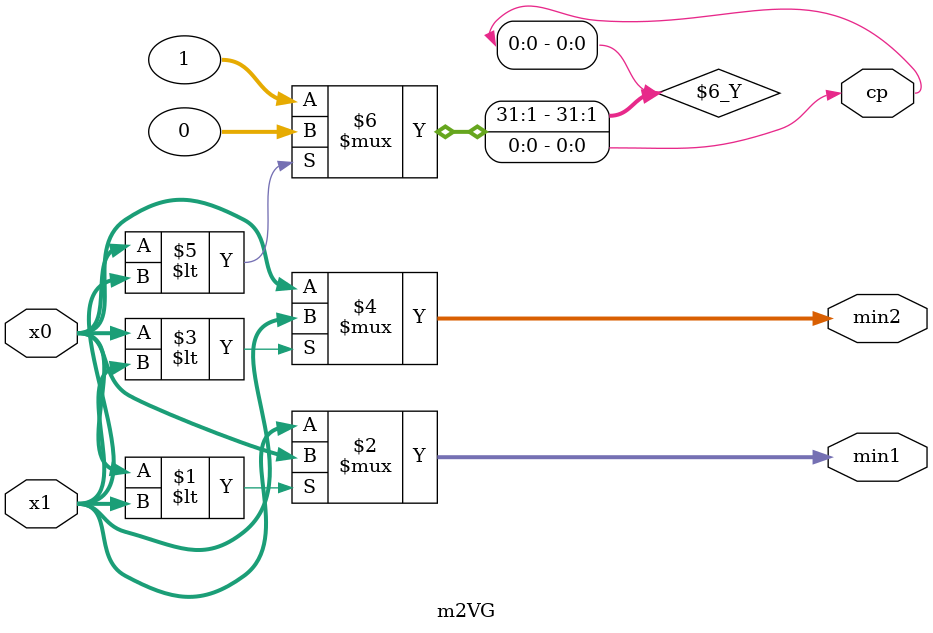
<source format=v>
`timescale 1ns / 1ps


module m2VG(
        output [4:0]min1,
        output [4:0]min2,
        output cp,
        input [4:0]x0,
        input [4:0]x1
    );
    assign min1 = x0<x1?x0:x1;
    assign min2 = x0<x1?x1:x0;
    assign cp = x0<x1?0:1;
endmodule

</source>
